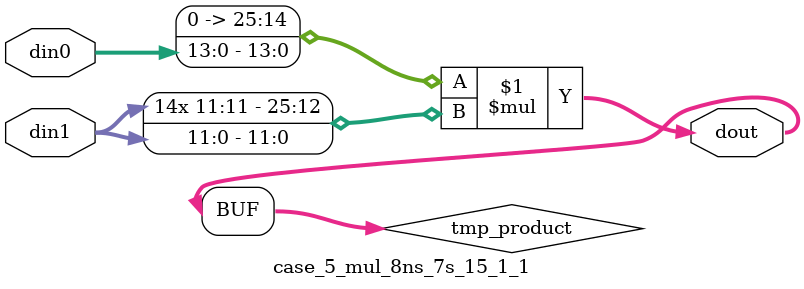
<source format=v>

`timescale 1 ns / 1 ps

 (* use_dsp = "no" *)  module case_5_mul_8ns_7s_15_1_1(din0, din1, dout);
parameter ID = 1;
parameter NUM_STAGE = 0;
parameter din0_WIDTH = 14;
parameter din1_WIDTH = 12;
parameter dout_WIDTH = 26;

input [din0_WIDTH - 1 : 0] din0; 
input [din1_WIDTH - 1 : 0] din1; 
output [dout_WIDTH - 1 : 0] dout;

wire signed [dout_WIDTH - 1 : 0] tmp_product;

























assign tmp_product = $signed({1'b0, din0}) * $signed(din1);










assign dout = tmp_product;





















endmodule

</source>
